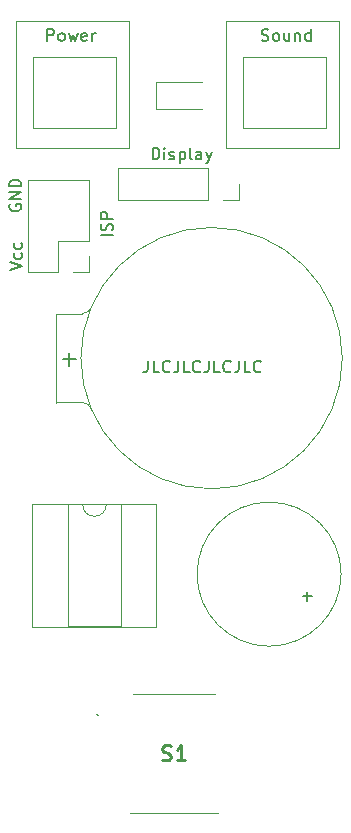
<source format=gbr>
%TF.GenerationSoftware,KiCad,Pcbnew,5.1.7*%
%TF.CreationDate,2020-11-12T05:12:17+01:00*%
%TF.ProjectId,sygeco1,73796765-636f-4312-9e6b-696361645f70,0.1*%
%TF.SameCoordinates,Original*%
%TF.FileFunction,Legend,Top*%
%TF.FilePolarity,Positive*%
%FSLAX46Y46*%
G04 Gerber Fmt 4.6, Leading zero omitted, Abs format (unit mm)*
G04 Created by KiCad (PCBNEW 5.1.7) date 2020-11-12 05:12:17*
%MOMM*%
%LPD*%
G01*
G04 APERTURE LIST*
%ADD10C,0.150000*%
%ADD11C,0.120000*%
%ADD12C,0.100000*%
%ADD13C,0.254000*%
G04 APERTURE END LIST*
D10*
X136405880Y-73429690D02*
X135405880Y-73429690D01*
X136358261Y-73001119D02*
X136405880Y-72858261D01*
X136405880Y-72620166D01*
X136358261Y-72524928D01*
X136310642Y-72477309D01*
X136215404Y-72429690D01*
X136120166Y-72429690D01*
X136024928Y-72477309D01*
X135977309Y-72524928D01*
X135929690Y-72620166D01*
X135882071Y-72810642D01*
X135834452Y-72905880D01*
X135786833Y-72953500D01*
X135691595Y-73001119D01*
X135596357Y-73001119D01*
X135501119Y-72953500D01*
X135453500Y-72905880D01*
X135405880Y-72810642D01*
X135405880Y-72572547D01*
X135453500Y-72429690D01*
X136405880Y-72001119D02*
X135405880Y-72001119D01*
X135405880Y-71620166D01*
X135453500Y-71524928D01*
X135501119Y-71477309D01*
X135596357Y-71429690D01*
X135739214Y-71429690D01*
X135834452Y-71477309D01*
X135882071Y-71524928D01*
X135929690Y-71620166D01*
X135929690Y-72001119D01*
X127706500Y-70802404D02*
X127658880Y-70897642D01*
X127658880Y-71040500D01*
X127706500Y-71183357D01*
X127801738Y-71278595D01*
X127896976Y-71326214D01*
X128087452Y-71373833D01*
X128230309Y-71373833D01*
X128420785Y-71326214D01*
X128516023Y-71278595D01*
X128611261Y-71183357D01*
X128658880Y-71040500D01*
X128658880Y-70945261D01*
X128611261Y-70802404D01*
X128563642Y-70754785D01*
X128230309Y-70754785D01*
X128230309Y-70945261D01*
X128658880Y-70326214D02*
X127658880Y-70326214D01*
X128658880Y-69754785D01*
X127658880Y-69754785D01*
X128658880Y-69278595D02*
X127658880Y-69278595D01*
X127658880Y-69040500D01*
X127706500Y-68897642D01*
X127801738Y-68802404D01*
X127896976Y-68754785D01*
X128087452Y-68707166D01*
X128230309Y-68707166D01*
X128420785Y-68754785D01*
X128516023Y-68802404D01*
X128611261Y-68897642D01*
X128658880Y-69040500D01*
X128658880Y-69278595D01*
X127722380Y-76374476D02*
X128722380Y-76041142D01*
X127722380Y-75707809D01*
X128674761Y-74945904D02*
X128722380Y-75041142D01*
X128722380Y-75231619D01*
X128674761Y-75326857D01*
X128627142Y-75374476D01*
X128531904Y-75422095D01*
X128246190Y-75422095D01*
X128150952Y-75374476D01*
X128103333Y-75326857D01*
X128055714Y-75231619D01*
X128055714Y-75041142D01*
X128103333Y-74945904D01*
X128674761Y-74088761D02*
X128722380Y-74184000D01*
X128722380Y-74374476D01*
X128674761Y-74469714D01*
X128627142Y-74517333D01*
X128531904Y-74564952D01*
X128246190Y-74564952D01*
X128150952Y-74517333D01*
X128103333Y-74469714D01*
X128055714Y-74374476D01*
X128055714Y-74184000D01*
X128103333Y-74088761D01*
D11*
X155575000Y-55245000D02*
X146050000Y-55245000D01*
X155575000Y-66040000D02*
X155575000Y-55245000D01*
X146050000Y-66040000D02*
X155575000Y-66040000D01*
X146050000Y-55245000D02*
X146050000Y-66040000D01*
X128270000Y-55245000D02*
X128270000Y-66040000D01*
X137795000Y-55245000D02*
X128270000Y-55245000D01*
X137795000Y-66040000D02*
X137795000Y-55245000D01*
X128270000Y-66040000D02*
X137795000Y-66040000D01*
D10*
X139398952Y-84034380D02*
X139398952Y-84748666D01*
X139351333Y-84891523D01*
X139256095Y-84986761D01*
X139113238Y-85034380D01*
X139018000Y-85034380D01*
X140351333Y-85034380D02*
X139875142Y-85034380D01*
X139875142Y-84034380D01*
X141256095Y-84939142D02*
X141208476Y-84986761D01*
X141065619Y-85034380D01*
X140970380Y-85034380D01*
X140827523Y-84986761D01*
X140732285Y-84891523D01*
X140684666Y-84796285D01*
X140637047Y-84605809D01*
X140637047Y-84462952D01*
X140684666Y-84272476D01*
X140732285Y-84177238D01*
X140827523Y-84082000D01*
X140970380Y-84034380D01*
X141065619Y-84034380D01*
X141208476Y-84082000D01*
X141256095Y-84129619D01*
X141970380Y-84034380D02*
X141970380Y-84748666D01*
X141922761Y-84891523D01*
X141827523Y-84986761D01*
X141684666Y-85034380D01*
X141589428Y-85034380D01*
X142922761Y-85034380D02*
X142446571Y-85034380D01*
X142446571Y-84034380D01*
X143827523Y-84939142D02*
X143779904Y-84986761D01*
X143637047Y-85034380D01*
X143541809Y-85034380D01*
X143398952Y-84986761D01*
X143303714Y-84891523D01*
X143256095Y-84796285D01*
X143208476Y-84605809D01*
X143208476Y-84462952D01*
X143256095Y-84272476D01*
X143303714Y-84177238D01*
X143398952Y-84082000D01*
X143541809Y-84034380D01*
X143637047Y-84034380D01*
X143779904Y-84082000D01*
X143827523Y-84129619D01*
X144541809Y-84034380D02*
X144541809Y-84748666D01*
X144494190Y-84891523D01*
X144398952Y-84986761D01*
X144256095Y-85034380D01*
X144160857Y-85034380D01*
X145494190Y-85034380D02*
X145018000Y-85034380D01*
X145018000Y-84034380D01*
X146398952Y-84939142D02*
X146351333Y-84986761D01*
X146208476Y-85034380D01*
X146113238Y-85034380D01*
X145970380Y-84986761D01*
X145875142Y-84891523D01*
X145827523Y-84796285D01*
X145779904Y-84605809D01*
X145779904Y-84462952D01*
X145827523Y-84272476D01*
X145875142Y-84177238D01*
X145970380Y-84082000D01*
X146113238Y-84034380D01*
X146208476Y-84034380D01*
X146351333Y-84082000D01*
X146398952Y-84129619D01*
X147113238Y-84034380D02*
X147113238Y-84748666D01*
X147065619Y-84891523D01*
X146970380Y-84986761D01*
X146827523Y-85034380D01*
X146732285Y-85034380D01*
X148065619Y-85034380D02*
X147589428Y-85034380D01*
X147589428Y-84034380D01*
X148970380Y-84939142D02*
X148922761Y-84986761D01*
X148779904Y-85034380D01*
X148684666Y-85034380D01*
X148541809Y-84986761D01*
X148446571Y-84891523D01*
X148398952Y-84796285D01*
X148351333Y-84605809D01*
X148351333Y-84462952D01*
X148398952Y-84272476D01*
X148446571Y-84177238D01*
X148541809Y-84082000D01*
X148684666Y-84034380D01*
X148779904Y-84034380D01*
X148922761Y-84082000D01*
X148970380Y-84129619D01*
X139787619Y-67000380D02*
X139787619Y-66000380D01*
X140025714Y-66000380D01*
X140168571Y-66048000D01*
X140263809Y-66143238D01*
X140311428Y-66238476D01*
X140359047Y-66428952D01*
X140359047Y-66571809D01*
X140311428Y-66762285D01*
X140263809Y-66857523D01*
X140168571Y-66952761D01*
X140025714Y-67000380D01*
X139787619Y-67000380D01*
X140787619Y-67000380D02*
X140787619Y-66333714D01*
X140787619Y-66000380D02*
X140740000Y-66048000D01*
X140787619Y-66095619D01*
X140835238Y-66048000D01*
X140787619Y-66000380D01*
X140787619Y-66095619D01*
X141216190Y-66952761D02*
X141311428Y-67000380D01*
X141501904Y-67000380D01*
X141597142Y-66952761D01*
X141644761Y-66857523D01*
X141644761Y-66809904D01*
X141597142Y-66714666D01*
X141501904Y-66667047D01*
X141359047Y-66667047D01*
X141263809Y-66619428D01*
X141216190Y-66524190D01*
X141216190Y-66476571D01*
X141263809Y-66381333D01*
X141359047Y-66333714D01*
X141501904Y-66333714D01*
X141597142Y-66381333D01*
X142073333Y-66333714D02*
X142073333Y-67333714D01*
X142073333Y-66381333D02*
X142168571Y-66333714D01*
X142359047Y-66333714D01*
X142454285Y-66381333D01*
X142501904Y-66428952D01*
X142549523Y-66524190D01*
X142549523Y-66809904D01*
X142501904Y-66905142D01*
X142454285Y-66952761D01*
X142359047Y-67000380D01*
X142168571Y-67000380D01*
X142073333Y-66952761D01*
X143120952Y-67000380D02*
X143025714Y-66952761D01*
X142978095Y-66857523D01*
X142978095Y-66000380D01*
X143930476Y-67000380D02*
X143930476Y-66476571D01*
X143882857Y-66381333D01*
X143787619Y-66333714D01*
X143597142Y-66333714D01*
X143501904Y-66381333D01*
X143930476Y-66952761D02*
X143835238Y-67000380D01*
X143597142Y-67000380D01*
X143501904Y-66952761D01*
X143454285Y-66857523D01*
X143454285Y-66762285D01*
X143501904Y-66667047D01*
X143597142Y-66619428D01*
X143835238Y-66619428D01*
X143930476Y-66571809D01*
X144311428Y-66333714D02*
X144549523Y-67000380D01*
X144787619Y-66333714D02*
X144549523Y-67000380D01*
X144454285Y-67238476D01*
X144406666Y-67286095D01*
X144311428Y-67333714D01*
X149034761Y-56919761D02*
X149177619Y-56967380D01*
X149415714Y-56967380D01*
X149510952Y-56919761D01*
X149558571Y-56872142D01*
X149606190Y-56776904D01*
X149606190Y-56681666D01*
X149558571Y-56586428D01*
X149510952Y-56538809D01*
X149415714Y-56491190D01*
X149225238Y-56443571D01*
X149130000Y-56395952D01*
X149082380Y-56348333D01*
X149034761Y-56253095D01*
X149034761Y-56157857D01*
X149082380Y-56062619D01*
X149130000Y-56015000D01*
X149225238Y-55967380D01*
X149463333Y-55967380D01*
X149606190Y-56015000D01*
X150177619Y-56967380D02*
X150082380Y-56919761D01*
X150034761Y-56872142D01*
X149987142Y-56776904D01*
X149987142Y-56491190D01*
X150034761Y-56395952D01*
X150082380Y-56348333D01*
X150177619Y-56300714D01*
X150320476Y-56300714D01*
X150415714Y-56348333D01*
X150463333Y-56395952D01*
X150510952Y-56491190D01*
X150510952Y-56776904D01*
X150463333Y-56872142D01*
X150415714Y-56919761D01*
X150320476Y-56967380D01*
X150177619Y-56967380D01*
X151368095Y-56300714D02*
X151368095Y-56967380D01*
X150939523Y-56300714D02*
X150939523Y-56824523D01*
X150987142Y-56919761D01*
X151082380Y-56967380D01*
X151225238Y-56967380D01*
X151320476Y-56919761D01*
X151368095Y-56872142D01*
X151844285Y-56300714D02*
X151844285Y-56967380D01*
X151844285Y-56395952D02*
X151891904Y-56348333D01*
X151987142Y-56300714D01*
X152130000Y-56300714D01*
X152225238Y-56348333D01*
X152272857Y-56443571D01*
X152272857Y-56967380D01*
X153177619Y-56967380D02*
X153177619Y-55967380D01*
X153177619Y-56919761D02*
X153082380Y-56967380D01*
X152891904Y-56967380D01*
X152796666Y-56919761D01*
X152749047Y-56872142D01*
X152701428Y-56776904D01*
X152701428Y-56491190D01*
X152749047Y-56395952D01*
X152796666Y-56348333D01*
X152891904Y-56300714D01*
X153082380Y-56300714D01*
X153177619Y-56348333D01*
X130865809Y-56967380D02*
X130865809Y-55967380D01*
X131246761Y-55967380D01*
X131342000Y-56015000D01*
X131389619Y-56062619D01*
X131437238Y-56157857D01*
X131437238Y-56300714D01*
X131389619Y-56395952D01*
X131342000Y-56443571D01*
X131246761Y-56491190D01*
X130865809Y-56491190D01*
X132008666Y-56967380D02*
X131913428Y-56919761D01*
X131865809Y-56872142D01*
X131818190Y-56776904D01*
X131818190Y-56491190D01*
X131865809Y-56395952D01*
X131913428Y-56348333D01*
X132008666Y-56300714D01*
X132151523Y-56300714D01*
X132246761Y-56348333D01*
X132294380Y-56395952D01*
X132342000Y-56491190D01*
X132342000Y-56776904D01*
X132294380Y-56872142D01*
X132246761Y-56919761D01*
X132151523Y-56967380D01*
X132008666Y-56967380D01*
X132675333Y-56300714D02*
X132865809Y-56967380D01*
X133056285Y-56491190D01*
X133246761Y-56967380D01*
X133437238Y-56300714D01*
X134199142Y-56919761D02*
X134103904Y-56967380D01*
X133913428Y-56967380D01*
X133818190Y-56919761D01*
X133770571Y-56824523D01*
X133770571Y-56443571D01*
X133818190Y-56348333D01*
X133913428Y-56300714D01*
X134103904Y-56300714D01*
X134199142Y-56348333D01*
X134246761Y-56443571D01*
X134246761Y-56538809D01*
X133770571Y-56634047D01*
X134675333Y-56967380D02*
X134675333Y-56300714D01*
X134675333Y-56491190D02*
X134722952Y-56395952D01*
X134770571Y-56348333D01*
X134865809Y-56300714D01*
X134961047Y-56300714D01*
D12*
%TO.C,S1*%
X138156000Y-112296000D02*
X145056000Y-112296000D01*
X135156000Y-113996000D02*
X135156000Y-113996000D01*
X135056000Y-113996000D02*
X135056000Y-113996000D01*
X137856000Y-122296000D02*
X145356000Y-122296000D01*
X135056000Y-113996000D02*
G75*
G02*
X135156000Y-113996000I50000J0D01*
G01*
X135156000Y-113996000D02*
G75*
G02*
X135056000Y-113996000I-50000J0D01*
G01*
D11*
%TO.C,BT1*%
X155854470Y-83820000D02*
G75*
G03*
X155854470Y-83820000I-11064470J0D01*
G01*
X131590000Y-80070000D02*
X133840000Y-80070000D01*
X131615000Y-87595000D02*
X131615000Y-80070000D01*
X131615000Y-87570000D02*
X133765000Y-87570000D01*
X134591754Y-88096384D02*
G75*
G03*
X133840000Y-87570000I-751754J-273616D01*
G01*
X134615000Y-79520000D02*
G75*
G02*
X133863246Y-80046384I-751754J273616D01*
G01*
%TO.C,SW1*%
X136700000Y-64325000D02*
X129700000Y-64325000D01*
X136700000Y-58325000D02*
X136700000Y-64325000D01*
X129700000Y-58325000D02*
X136700000Y-58325000D01*
X129700000Y-64325000D02*
X129700000Y-58325000D01*
%TO.C,J1*%
X147126000Y-69088000D02*
X147126000Y-70418000D01*
X147126000Y-70418000D02*
X145796000Y-70418000D01*
X144526000Y-70418000D02*
X136846000Y-70418000D01*
X136846000Y-67758000D02*
X136846000Y-70418000D01*
X144526000Y-67758000D02*
X136846000Y-67758000D01*
X144526000Y-67758000D02*
X144526000Y-70418000D01*
%TO.C,LS1*%
X155758000Y-102108000D02*
G75*
G03*
X155758000Y-102108000I-6100000J0D01*
G01*
%TO.C,SW2*%
X154480000Y-64325000D02*
X147480000Y-64325000D01*
X154480000Y-58325000D02*
X154480000Y-64325000D01*
X147480000Y-58325000D02*
X154480000Y-58325000D01*
X147480000Y-64325000D02*
X147480000Y-58325000D01*
%TO.C,U1*%
X140124000Y-96146000D02*
X129624000Y-96146000D01*
X140124000Y-106546000D02*
X140124000Y-96146000D01*
X129624000Y-106546000D02*
X140124000Y-106546000D01*
X129624000Y-96146000D02*
X129624000Y-106546000D01*
X137124000Y-96206000D02*
X135874000Y-96206000D01*
X137124000Y-106486000D02*
X137124000Y-96206000D01*
X132624000Y-106486000D02*
X137124000Y-106486000D01*
X132624000Y-96206000D02*
X132624000Y-106486000D01*
X133874000Y-96206000D02*
X132624000Y-96206000D01*
X135874000Y-96206000D02*
G75*
G02*
X133874000Y-96206000I-1000000J0D01*
G01*
%TO.C,D1*%
X140085000Y-62730000D02*
X143970000Y-62730000D01*
X140085000Y-60460000D02*
X140085000Y-62730000D01*
X143970000Y-60460000D02*
X140085000Y-60460000D01*
%TO.C,J2*%
X134426000Y-76514000D02*
X133096000Y-76514000D01*
X134426000Y-75184000D02*
X134426000Y-76514000D01*
X131826000Y-76514000D02*
X129226000Y-76514000D01*
X131826000Y-73914000D02*
X131826000Y-76514000D01*
X134426000Y-73914000D02*
X131826000Y-73914000D01*
X129226000Y-76514000D02*
X129226000Y-68774000D01*
X134426000Y-73914000D02*
X134426000Y-68774000D01*
X134426000Y-68774000D02*
X129226000Y-68774000D01*
%TO.C,S1*%
D13*
X140613380Y-117810047D02*
X140794809Y-117870523D01*
X141097190Y-117870523D01*
X141218142Y-117810047D01*
X141278619Y-117749571D01*
X141339095Y-117628619D01*
X141339095Y-117507666D01*
X141278619Y-117386714D01*
X141218142Y-117326238D01*
X141097190Y-117265761D01*
X140855285Y-117205285D01*
X140734333Y-117144809D01*
X140673857Y-117084333D01*
X140613380Y-116963380D01*
X140613380Y-116842428D01*
X140673857Y-116721476D01*
X140734333Y-116661000D01*
X140855285Y-116600523D01*
X141157666Y-116600523D01*
X141339095Y-116661000D01*
X142548619Y-117870523D02*
X141822904Y-117870523D01*
X142185761Y-117870523D02*
X142185761Y-116600523D01*
X142064809Y-116781952D01*
X141943857Y-116902904D01*
X141822904Y-116963380D01*
%TO.C,BT1*%
D10*
X132168571Y-83927142D02*
X133311428Y-83927142D01*
X132740000Y-84498571D02*
X132740000Y-83355714D01*
%TO.C,LS1*%
X152527047Y-103979428D02*
X153288952Y-103979428D01*
X152908000Y-104360380D02*
X152908000Y-103598476D01*
%TD*%
M02*

</source>
